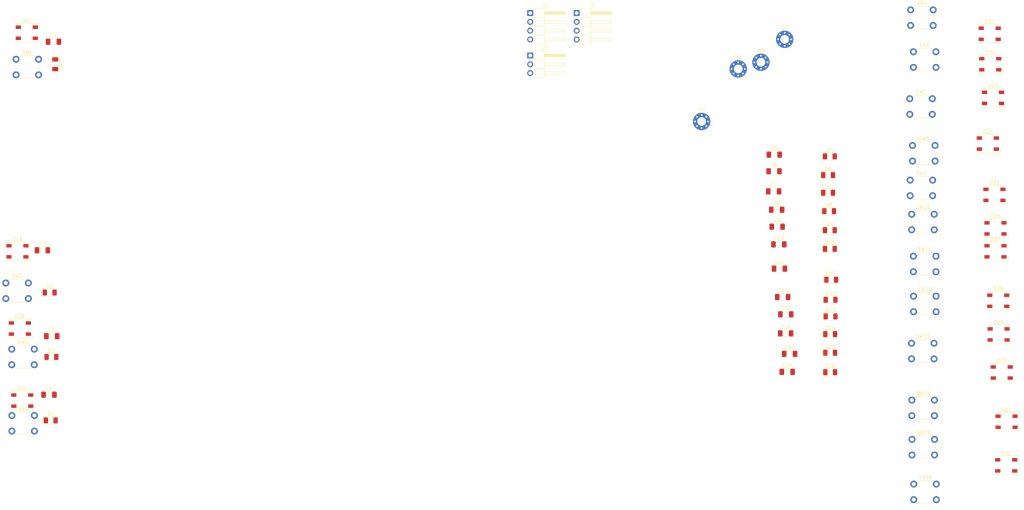
<source format=kicad_pcb>
(kicad_pcb (version 20211014) (generator pcbnew)
  (layers (0 "F.Cu" signal) (31 "B.Cu" signal) (34 "B.Paste" user) (35 "F.Paste" user) (36 "B.SilkS" user "B.Silkscreen") (37 "F.SilkS" user "F.Silkscreen") (38 "B.Mask" user) (39 "F.Mask" user) (44 "Edge.Cuts" user))
  (net 0 "")
  (net 1 "VSS")
  (net 2 "GND")
  (net 3 "Net-(D1-Pad1)")
  (net 4 "/COL0")
  (net 5 "Net-(D2-Pad1)")
  (net 6 "Net-(D3-Pad1)")
  (net 7 "Net-(D4-Pad1)")
  (net 8 "Net-(D5-Pad1)")
  (net 9 "/COL1")
  (net 10 "Net-(D6-Pad1)")
  (net 11 "Net-(D7-Pad1)")
  (net 12 "Net-(D8-Pad1)")
  (net 13 "Net-(D9-Pad1)")
  (net 14 "/COL2")
  (net 15 "Net-(D10-Pad1)")
  (net 16 "Net-(D11-Pad1)")
  (net 17 "Net-(D12-Pad1)")
  (net 18 "Net-(D13-Pad1)")
  (net 19 "/COL3")
  (net 20 "Net-(D14-Pad1)")
  (net 21 "Net-(D15-Pad1)")
  (net 22 "Net-(D16-Pad1)")
  (net 23 "Net-(D17-Pad1)")
  (net 24 "/DIN")
  (net 25 "Net-(D18-Pad1)")
  (net 26 "Net-(D19-Pad1)")
  (net 27 "Net-(D20-Pad1)")
  (net 28 "Net-(D21-Pad1)")
  (net 29 "Net-(D22-Pad1)")
  (net 30 "Net-(D23-Pad1)")
  (net 31 "Net-(D24-Pad1)")
  (net 32 "Net-(D25-Pad1)")
  (net 33 "Net-(D26-Pad1)")
  (net 34 "Net-(D27-Pad1)")
  (net 35 "Net-(D28-Pad1)")
  (net 36 "Net-(D29-Pad1)")
  (net 37 "Net-(D30-Pad1)")
  (net 38 "Net-(D31-Pad1)")
  (net 40 "/ROW0")
  (net 41 "/ROW1")
  (net 42 "/ROW2")
  (net 43 "/ROW3")
  (footprint "LED_SMD:LED_SK6812_PLCC4_5.0x5.0mm_P3.2mm" (layer "F.Cu") (at 52.6 159.5)
    (fp_text reference "D20" (at 0 -3.5) (layer "F.SilkS"))
    (fp_text value "NeoPixel_THT")
    (pad "1" smd rect (at 2.45 1.6) (size 1.5 1) (layers "F.Cu" "F.Paste" "F.Mask") (net 27 "Net-(D20-Pad1)"))
    (pad "2" smd rect (at 2.45 -1.6) (size 1.5 1) (layers "F.Cu" "F.Paste" "F.Mask") (net 2 "GND"))
    (pad "3" smd rect (at -2.45 -1.6) (size 1.5 1) (layers "F.Cu" "F.Paste" "F.Mask") (net 1 "VSS"))
    (pad "4" smd rect (at -2.45 1.6) (size 1.5 1) (layers "F.Cu" "F.Paste" "F.Mask") (net 26 "Net-(D19-Pad1)"))
  )
  (footprint "Diode_SMD:D_1206_3216Metric" (layer "F.Cu") (at 285.7 135.2)
    (fp_text reference "D13" (at 0 -1.82) (layer "F.SilkS"))
    (fp_text value "DIODE")
    (pad "1" smd roundrect (at -1.4 0) (size 1.25 1.75) (layers "F.Cu" "F.Paste" "F.Mask") (roundrect_rratio 0.2) (net 18 "Net-(D13-Pad1)"))
    (pad "2" smd roundrect (at 1.4 0) (size 1.25 1.75) (layers "F.Cu" "F.Paste" "F.Mask") (roundrect_rratio 0.2) (net 19 "/COL3"))
  )
  (footprint "Diode_SMD:D_1206_3216Metric" (layer "F.Cu") (at 61 146.9)
    (fp_text reference "D3" (at 0 -1.82) (layer "F.SilkS"))
    (fp_text value "DIODE")
    (pad "1" smd roundrect (at -1.4 0) (size 1.25 1.75) (layers "F.Cu" "F.Paste" "F.Mask") (roundrect_rratio 0.2) (net 6 "Net-(D3-Pad1)"))
    (pad "2" smd roundrect (at 1.4 0) (size 1.25 1.75) (layers "F.Cu" "F.Paste" "F.Mask") (roundrect_rratio 0.2) (net 4 "/COL0"))
  )
  (footprint "Capacitor_SMD:C_1206_3216Metric_Pad1.33x1.80mm_HandSolder" (layer "F.Cu") (at 269.4625 88.5)
    (fp_text reference "C5" (at 0 -1.85) (layer "F.SilkS"))
    (fp_text value "C_Small")
    (pad "1" smd roundrect (at -1.5625 0) (size 1.325 1.8) (layers "F.Cu" "F.Paste" "F.Mask") (roundrect_rratio 0.188679) (net 1 "VSS"))
    (pad "2" smd roundrect (at 1.5625 0) (size 1.325 1.8) (layers "F.Cu" "F.Paste" "F.Mask") (roundrect_rratio 0.188679) (net 2 "GND"))
  )
  (footprint "Button_Switch_THT:SW_PUSH_6mm" (layer "F.Cu") (at 308.65 95.85)
    (fp_text reference "SW9" (at 3.25 -2) (layer "F.SilkS"))
    (fp_text value "SW_Push")
    (pad "1" thru_hole circle (at 0 0 90) (size 2 2) (drill 1.1) (layers *.Cu *.Mask) (net 13 "Net-(D9-Pad1)"))
    (pad "1" thru_hole circle (at 6.5 0 90) (size 2 2) (drill 1.1) (layers *.Cu *.Mask) (net 13 "Net-(D9-Pad1)"))
    (pad "2" thru_hole circle (at 0 4.5 90) (size 2 2) (drill 1.1) (layers *.Cu *.Mask) (net 40 "/ROW0"))
    (pad "2" thru_hole circle (at 6.5 4.5 90) (size 2 2) (drill 1.1) (layers *.Cu *.Mask) (net 40 "/ROW0"))
  )
  (footprint "Button_Switch_THT:SW_PUSH_6mm" (layer "F.Cu") (at 308.55 72.35)
    (fp_text reference "SW7" (at 3.25 -2) (layer "F.SilkS"))
    (fp_text value "SW_Push")
    (pad "1" thru_hole circle (at 0 0 90) (size 2 2) (drill 1.1) (layers *.Cu *.Mask) (net 11 "Net-(D7-Pad1)"))
    (pad "1" thru_hole circle (at 6.5 0 90) (size 2 2) (drill 1.1) (layers *.Cu *.Mask) (net 11 "Net-(D7-Pad1)"))
    (pad "2" thru_hole circle (at 0 4.5 90) (size 2 2) (drill 1.1) (layers *.Cu *.Mask) (net 42 "/ROW2"))
    (pad "2" thru_hole circle (at 6.5 4.5 90) (size 2 2) (drill 1.1) (layers *.Cu *.Mask) (net 42 "/ROW2"))
  )
  (footprint "Diode_SMD:D_1206_3216Metric" (layer "F.Cu") (at 60.5 128.3)
    (fp_text reference "D2" (at 0 -1.82) (layer "F.SilkS"))
    (fp_text value "DIODE")
    (pad "1" smd roundrect (at -1.4 0) (size 1.25 1.75) (layers "F.Cu" "F.Paste" "F.Mask") (roundrect_rratio 0.2) (net 5 "Net-(D2-Pad1)"))
    (pad "2" smd roundrect (at 1.4 0) (size 1.25 1.75) (layers "F.Cu" "F.Paste" "F.Mask") (roundrect_rratio 0.2) (net 4 "/COL0"))
  )
  (footprint "Button_Switch_THT:SW_PUSH_6mm" (layer "F.Cu") (at 49.55 144.65)
    (fp_text reference "SW3" (at 3.25 -2) (layer "F.SilkS"))
    (fp_text value "SW_Push")
    (pad "1" thru_hole circle (at 0 0 90) (size 2 2) (drill 1.1) (layers *.Cu *.Mask) (net 6 "Net-(D3-Pad1)"))
    (pad "1" thru_hole circle (at 6.5 0 90) (size 2 2) (drill 1.1) (layers *.Cu *.Mask) (net 6 "Net-(D3-Pad1)"))
    (pad "2" thru_hole circle (at 6.5 4.5 90) (size 2 2) (drill 1.1) (layers *.Cu *.Mask) (net 42 "/ROW2"))
    (pad "2" thru_hole circle (at 0 4.5 90) (size 2 2) (drill 1.1) (layers *.Cu *.Mask) (net 42 "/ROW2"))
  )
  (footprint "Button_Switch_THT:SW_PUSH_6mm" (layer "F.Cu") (at 309.65 129.35)
    (fp_text reference "SW12" (at 3.25 -2) (layer "F.SilkS"))
    (fp_text value "SW_Push")
    (pad "1" thru_hole circle (at 6.5 0 90) (size 2 2) (drill 1.1) (layers *.Cu *.Mask) (net 17 "Net-(D12-Pad1)"))
    (pad "1" thru_hole circle (at 0 0 90) (size 2 2) (drill 1.1) (layers *.Cu *.Mask) (net 17 "Net-(D12-Pad1)"))
    (pad "2" thru_hole circle (at 0 4.5 90) (size 2 2) (drill 1.1) (layers *.Cu *.Mask) (net 43 "/ROW3"))
    (pad "2" thru_hole circle (at 6.5 4.5 90) (size 2 2) (drill 1.1) (layers *.Cu *.Mask) (net 43 "/ROW3"))
  )
  (footprint "Capacitor_SMD:C_1206_3216Metric_Pad1.33x1.80mm_HandSolder" (layer "F.Cu") (at 270.1625 104.4)
    (fp_text reference "C8" (at 0 -1.85) (layer "F.SilkS"))
    (fp_text value "C_Small")
    (pad "1" smd roundrect (at -1.5625 0) (size 1.325 1.8) (layers "F.Cu" "F.Paste" "F.Mask") (roundrect_rratio 0.188679) (net 1 "VSS"))
    (pad "2" smd roundrect (at 1.5625 0) (size 1.325 1.8) (layers "F.Cu" "F.Paste" "F.Mask") (roundrect_rratio 0.188679) (net 2 "GND"))
  )
  (footprint "MountingHole:MountingHole_2.5mm_Pad_Via" (layer "F.Cu") (at 248.53 78.92)
    (fp_text reference "H2" (at 0 -3.5) (layer "F.SilkS"))
    (fp_text value "MountingHole")
    (pad "1" thru_hole circle (at 1.875 0) (size 0.8 0.8) (drill 0.5) (layers *.Cu *.Mask))
    (pad "1" thru_hole circle (at 1.325825 -1.325825) (size 0.8 0.8) (drill 0.5) (layers *.Cu *.Mask))
    (pad "1" thru_hole circle (at 0 1.875) (size 0.8 0.8) (drill 0.5) (layers *.Cu *.Mask))
    (pad "1" thru_hole circle (at -1.875 0) (size 0.8 0.8) (drill 0.5) (layers *.Cu *.Mask))
    (pad "1" thru_hole circle (at 0 0) (size 5 5) (drill 2.5) (layers *.Cu *.Mask))
    (pad "1" thru_hole circle (at -1.325825 1.325825) (size 0.8 0.8) (drill 0.5) (layers *.Cu *.Mask))
    (pad "1" thru_hole circle (at 1.325825 1.325825) (size 0.8 0.8) (drill 0.5) (layers *.Cu *.Mask))
    (pad "1" thru_hole circle (at -1.325825 -1.325825) (size 0.8 0.8) (drill 0.5) (layers *.Cu *.Mask))
    (pad "1" thru_hole circle (at 0 -1.875) (size 0.8 0.8) (drill 0.5) (layers *.Cu *.Mask))
  )
  (footprint "LED_SMD:LED_SK6812_PLCC4_5.0x5.0mm_P3.2mm" (layer "F.Cu") (at 333.27 109.78)
    (fp_text reference "D26" (at 0 -3.5) (layer "F.SilkS"))
    (fp_text value "NeoPixel_THT")
    (pad "1" smd rect (at 2.45 1.6) (size 1.5 1) (layers "F.Cu" "F.Paste" "F.Mask") (net 33 "Net-(D26-Pad1)"))
    (pad "2" smd rect (at 2.45 -1.6) (size 1.5 1) (layers "F.Cu" "F.Paste" "F.Mask") (net 2 "GND"))
    (pad "3" smd rect (at -2.45 -1.6) (size 1.5 1) (layers "F.Cu" "F.Paste" "F.Mask") (net 1 "VSS"))
    (pad "4" smd rect (at -2.45 1.6) (size 1.5 1) (layers "F.Cu" "F.Paste" "F.Mask") (net 32 "Net-(D25-Pad1)"))
  )
  (footprint "Capacitor_SMD:C_1206_3216Metric_Pad1.33x1.80mm_HandSolder" (layer "F.Cu") (at 272.7625 140.1)
    (fp_text reference "C14" (at 0 -1.85) (layer "F.SilkS"))
    (fp_text value "C_Small")
    (pad "1" smd roundrect (at -1.5625 0) (size 1.325 1.8) (layers "F.Cu" "F.Paste" "F.Mask") (roundrect_rratio 0.188679) (net 1 "VSS"))
    (pad "2" smd roundrect (at 1.5625 0) (size 1.325 1.8) (layers "F.Cu" "F.Paste" "F.Mask") (roundrect_rratio 0.188679) (net 2 "GND"))
  )
  (footprint "Capacitor_SMD:C_1206_3216Metric_Pad1.33x1.80mm_HandSolder" (layer "F.Cu") (at 61.6 55.9)
    (fp_text reference "C1" (at 0 -1.85) (layer "F.SilkS"))
    (fp_text value "C_Small")
    (pad "1" smd roundrect (at -1.5625 0) (size 1.325 1.8) (layers "F.Cu" "F.Paste" "F.Mask") (roundrect_rratio 0.188679) (net 1 "VSS"))
    (pad "2" smd roundrect (at 1.5625 0) (size 1.325 1.8) (layers "F.Cu" "F.Paste" "F.Mask") (roundrect_rratio 0.188679) (net 2 "GND"))
  )
  (footprint "Diode_SMD:D_1206_3216Metric" (layer "F.Cu") (at 285.5 115.7)
    (fp_text reference "D10" (at 0 -1.82) (layer "F.SilkS"))
    (fp_text value "DIODE")
    (pad "1" smd roundrect (at -1.4 0) (size 1.25 1.75) (layers "F.Cu" "F.Paste" "F.Mask") (roundrect_rratio 0.2) (net 15 "Net-(D10-Pad1)"))
    (pad "2" smd roundrect (at 1.4 0) (size 1.25 1.75) (layers "F.Cu" "F.Paste" "F.Mask") (roundrect_rratio 0.2) (net 14 "/COL2"))
  )
  (footprint "Button_Switch_THT:SW_PUSH_6mm" (layer "F.Cu") (at 49.6 163.8)
    (fp_text reference "SW4" (at 3.25 -2) (layer "F.SilkS"))
    (fp_text value "SW_Push")
    (pad "1" thru_hole circle (at 6.5 0 90) (size 2 2) (drill 1.1) (layers *.Cu *.Mask) (net 7 "Net-(D4-Pad1)"))
    (pad "1" thru_hole circle (at 0 0 90) (size 2 2) (drill 1.1) (layers *.Cu *.Mask) (net 7 "Net-(D4-Pad1)"))
    (pad "2" thru_hole circle (at 6.5 4.5 90) (size 2 2) (drill 1.1) (layers *.Cu *.Mask) (net 43 "/ROW3"))
    (pad "2" thru_hole circle (at 0 4.5 90) (size 2 2) (drill 1.1) (layers *.Cu *.Mask) (net 43 "/ROW3"))
  )
  (footprint "Button_Switch_THT:SW_PUSH_6mm" (layer "F.Cu") (at 309.1 105.7)
    (fp_text reference "SW10" (at 3.25 -2) (layer "F.SilkS"))
    (fp_text value "SW_Push")
    (pad "1" thru_hole circle (at 6.5 0 90) (size 2 2) (drill 1.1) (layers *.Cu *.Mask) (net 15 "Net-(D10-Pad1)"))
    (pad "1" thru_hole circle (at 0 0 90) (size 2 2) (drill 1.1) (layers *.Cu *.Mask) (net 15 "Net-(D10-Pad1)"))
    (pad "2" thru_hole circle (at 6.5 4.5 90) (size 2 2) (drill 1.1) (layers *.Cu *.Mask) (net 41 "/ROW1"))
    (pad "2" thru_hole circle (at 0 4.5 90) (size 2 2) (drill 1.1) (layers *.Cu *.Mask) (net 41 "/ROW1"))
  )
  (footprint "Connector_PinHeader_2.54mm:PinHeader_1x04_P2.54mm_Horizontal" (layer "F.Cu") (at 212.49 47.63)
    (fp_text reference "J2" (at 4.385 -2.27) (layer "F.SilkS"))
    (fp_text value "Conn_01x04")
    (pad "1" thru_hole rect (at 0 0) (size 1.7 1.7) (drill 1) (layers *.Cu *.Mask) (net 4 "/COL0"))
    (pad "2" thru_hole oval (at 0 2.54) (size 1.7 1.7) (drill 1) (layers *.Cu *.Mask) (net 9 "/COL1"))
    (pad "3" thru_hole oval (at 0 5.08) (size 1.7 1.7) (drill 1) (layers *.Cu *.Mask) (net 14 "/COL2"))
    (pad "4" thru_hole oval (at 0 7.62) (size 1.7 1.7) (drill 1) (layers *.Cu *.Mask) (net 19 "/COL3"))
  )
  (footprint "LED_SMD:LED_SK6812_PLCC4_5.0x5.0mm_P3.2mm" (layer "F.Cu") (at 331.07 85.3)
    (fp_text reference "D24" (at 0 -3.5) (layer "F.SilkS"))
    (fp_text value "NeoPixel_THT")
    (pad "1" smd rect (at 2.45 1.6) (size 1.5 1) (layers "F.Cu" "F.Paste" "F.Mask") (net 31 "Net-(D24-Pad1)"))
    (pad "2" smd rect (at 2.45 -1.6) (size 1.5 1) (layers "F.Cu" "F.Paste" "F.Mask") (net 2 "GND"))
    (pad "3" smd rect (at -2.45 -1.6) (size 1.5 1) (layers "F.Cu" "F.Paste" "F.Mask") (net 1 "VSS"))
    (pad "4" smd rect (at -2.45 1.6) (size 1.5 1) (layers "F.Cu" "F.Paste" "F.Mask") (net 30 "Net-(D23-Pad1)"))
  )
  (footprint "Diode_SMD:D_1206_3216Metric" (layer "F.Cu") (at 285.3 104.8)
    (fp_text reference "D8" (at 0 -1.82) (layer "F.SilkS"))
    (fp_text value "DIODE")
    (pad "1" smd roundrect (at -1.4 0) (size 1.25 1.75) (layers "F.Cu" "F.Paste" "F.Mask") (roundrect_rratio 0.2) (net 12 "Net-(D8-Pad1)"))
    (pad "2" smd roundrect (at 1.4 0) (size 1.25 1.75) (layers "F.Cu" "F.Paste" "F.Mask") (roundrect_rratio 0.2) (net 9 "/COL1"))
  )
  (footprint "Button_Switch_THT:SW_PUSH_6mm" (layer "F.Cu") (at 309.15 159.35)
    (fp_text reference "SW14" (at 3.25 -2) (layer "F.SilkS"))
    (fp_text value "SW_Push")
    (pad "1" thru_hole circle (at 6.5 0 90) (size 2 2) (drill 1.1) (layers *.Cu *.Mask) (net 20 "Net-(D14-Pad1)"))
    (pad "1" thru_hole circle (at 0 0 90) (size 2 2) (drill 1.1) (layers *.Cu *.Mask) (net 20 "Net-(D14-Pad1)"))
    (pad "2" thru_hole circle (at 6.5 4.5 90) (size 2 2) (drill 1.1) (layers *.Cu *.Mask) (net 41 "/ROW1"))
    (pad "2" thru_hole circle (at 0 4.5 90) (size 2 2) (drill 1.1) (layers *.Cu *.Mask) (net 41 "/ROW1"))
  )
  (footprint "LED_SMD:LED_SK6812_PLCC4_5.0x5.0mm_P3.2mm" (layer "F.Cu") (at 336.47 165.6)
    (fp_text reference "D31" (at 0 -3.5) (layer "F.SilkS"))
    (fp_text value "NeoPixel_THT")
    (pad "1" smd rect (at 2.45 1.6) (size 1.5 1) (layers "F.Cu" "F.Paste" "F.Mask") (net 38 "Net-(D31-Pad1)"))
    (pad "2" smd rect (at 2.45 -1.6) (size 1.5 1) (layers "F.Cu" "F.Paste" "F.Mask") (net 2 "GND"))
    (pad "3" smd rect (at -2.45 -1.6) (size 1.5 1) (layers "F.Cu" "F.Paste" "F.Mask") (net 1 "VSS"))
    (pad "4" smd rect (at -2.45 1.6) (size 1.5 1) (layers "F.Cu" "F.Paste" "F.Mask") (net 37 "Net-(D30-Pad1)"))
  )
  (footprint "Capacitor_SMD:C_1206_3216Metric_Pad1.33x1.80mm_HandSolder" (layer "F.Cu") (at 60.3 157.8)
    (fp_text reference "C4" (at 0 -1.85) (layer "F.SilkS"))
    (fp_text value "C_Small")
    (pad "1" smd roundrect (at -1.5625 0) (size 1.325 1.8) (layers "F.Cu" "F.Paste" "F.Mask") (roundrect_rratio 0.188679) (net 1 "VSS"))
    (pad "2" smd roundrect (at 1.5625 0) (size 1.325 1.8) (layers "F.Cu" "F.Paste" "F.Mask") (roundrect_rratio 0.188679) (net 2 "GND"))
  )
  (footprint "Diode_SMD:D_1206_3216Metric" (layer "F.Cu") (at 285.6 140.3)
    (fp_text reference "D14" (at 0 -1.82) (layer "F.SilkS"))
    (fp_text value "DIODE")
    (pad "1" smd roundrect (at -1.4 0) (size 1.25 1.75) (layers "F.Cu" "F.Paste" "F.Mask") (roundrect_rratio 0.2) (net 20 "Net-(D14-Pad1)"))
    (pad "2" smd roundrect (at 1.4 0) (size 1.25 1.75) (layers "F.Cu" "F.Paste" "F.Mask") (roundrect_rratio 0.2) (net 19 "/COL3"))
  )
  (footprint "Capacitor_SMD:C_1206_3216Metric_Pad1.33x1.80mm_HandSolder" (layer "F.Cu") (at 273.2 151.2)
    (fp_text reference "C16" (at 0 -1.85) (layer "F.SilkS"))
    (fp_text value "C_Small")
    (pad "1" smd roundrect (at -1.5625 0) (size 1.325 1.8) (layers "F.Cu" "F.Paste" "F.Mask") (roundrect_rratio 0.188679) (net 1 "VSS"))
    (pad "2" smd roundrect (at 1.5625 0) (size 1.325 1.8) (layers "F.Cu" "F.Paste" "F.Mask") (roundrect_rratio 0.188679) (net 2 "GND"))
  )
  (footprint "Capacitor_SMD:C_1206_3216Metric_Pad1.33x1.80mm_HandSolder" (layer "F.Cu") (at 270.3 109.3)
    (fp_text reference "C9" (at 0 -1.85) (layer "F.SilkS"))
    (fp_text value "C_Small")
    (pad "1" smd roundrect (at -1.5625 0) (size 1.325 1.8) (layers "F.Cu" "F.Paste" "F.Mask") (roundrect_rratio 0.188679) (net 1 "VSS"))
    (pad "2" smd roundrect (at 1.5625 0) (size 1.325 1.8) (layers "F.Cu" "F.Paste" "F.Mask") (roundrect_rratio 0.188679) (net 2 "GND"))
  )
  (footprint "LED_SMD:LED_SK6812_PLCC4_5.0x5.0mm_P3.2mm" (layer "F.Cu") (at 336.37 178.2)
    (fp_text reference "D32" (at 0 -3.5) (layer "F.SilkS"))
    (fp_text value "NeoPixel_THT")
    (pad "1" smd rect (at 2.45 1.6) (size 1.5 1) (layers "F.Cu" "F.Paste" "F.Mask"))
    (pad "2" smd rect (at 2.45 -1.6) (size 1.5 1) (layers "F.Cu" "F.Paste" "F.Mask") (net 2 "GND"))
    (pad "3" smd rect (at -2.45 -1.6) (size 1.5 1) (layers "F.Cu" "F.Paste" "F.Mask") (net 1 "VSS"))
    (pad "4" smd rect (at -2.45 1.6) (size 1.5 1) (layers "F.Cu" "F.Paste" "F.Mask") (net 38 "Net-(D31-Pad1)"))
  )
  (footprint "Capacitor_SMD:C_1206_3216Metric_Pad1.33x1.80mm_HandSolder" (layer "F.Cu") (at 272.8 134.6)
    (fp_text reference "C13" (at 0 -1.85) (layer "F.SilkS"))
    (fp_text value "C_Small")
    (pad "1" smd roundrect (at -1.5625 0) (size 1.325 1.8) (layers "F.Cu" "F.Paste" "F.Mask") (roundrect_rratio 0.188679) (net 1 "VSS"))
    (pad "2" smd roundrect (at 1.5625 0) (size 1.325 1.8) (layers "F.Cu" "F.Paste" "F.Mask") (roundrect_rratio 0.188679) (net 2 "GND"))
  )
  (footprint "LED_SMD:LED_SK6812_PLCC4_5.0x5.0mm_P3.2mm" (layer "F.Cu") (at 53.9 53.3)
    (fp_text reference "D17" (at 0 -3.5) (layer "F.SilkS"))
    (fp_text value "NeoPixel_THT")
    (pad "1" smd rect (at 2.45 1.6) (size 1.5 1) (layers "F.Cu" "F.Paste" "F.Mask") (net 23 "Net-(D17-Pad1)"))
    (pad "2" smd rect (at 2.45 -1.6) (size 1.5 1) (layers "F.Cu" "F.Paste" "F.Mask") (net 2 "GND"))
    (pad "3" smd rect (at -2.45 -1.6) (size 1.5 1) (layers "F.Cu" "F.Paste" "F.Mask") (net 1 "VSS"))
    (pad "4" smd rect (at -2.45 1.6) (size 1.5 1) (layers "F.Cu" "F.Paste" "F.Mask") (net 24 "/DIN"))
  )
  (footprint "Connector_PinHeader_2.54mm:PinHeader_1x04_P2.54mm_Horizontal" (layer "F.Cu") (at 199.09 47.63)
    (fp_text reference "J1" (at 4.385 -2.27) (layer "F.SilkS"))
    (fp_text value "Conn_01x04")
    (pad "1" thru_hole rect (at 0 0) (size 1.7 1.7) (drill 1) (layers *.Cu *.Mask) (net 40 "/ROW0"))
    (pad "2" thru_hole oval (at 0 2.54) (size 1.7 1.7) (drill 1) (layers *.Cu *.Mask) (net 41 "/ROW1"))
    (pad "3" thru_hole oval (at 0 5.08) (size 1.7 1.7) (drill 1) (layers *.Cu *.Mask) (net 42 "/ROW2"))
    (pad "4" thru_hole oval (at 0 7.62) (size 1.7 1.7) (drill 1) (layers *.Cu *.Mask) (net 43 "/ROW3"))
  )
  (footprint "MountingHole:MountingHole_2.5mm_Pad_Via" (layer "F.Cu") (at 259.08 63.75)
    (fp_text reference "H3" (at 0 -3.5) (layer "F.SilkS"))
    (fp_text value "MountingHole")
    (pad "1" thru_hole circle (at 1.875 0) (size 0.8 0.8) (drill 0.5) (layers *.Cu *.Mask))
    (pad "1" thru_hole circle (at -1.875 0) (size 0.8 0.8) (drill 0.5) (layers *.Cu *.Mask))
    (pad "1" thru_hole circle (at 1.325825 -1.325825) (size 0.8 0.8) (drill 0.5) (layers *.Cu *.Mask))
    (pad "1" thru_hole circle (at 0 0) (size 5 5) (drill 2.5) (layers *.Cu *.Mask))
    (pad "1" thru_hole circle (at -1.325825 1.325825) (size 0.8 0.8) (drill 0.5) (layers *.Cu *.Mask))
    (pad "1" thru_hole circle (at -1.325825 -1.325825) (size 0.8 0.8) (drill 0.5) (layers *.Cu *.Mask))
    (pad "1" thru_hole circle (at 0 1.875) (size 0.8 0.8) (drill 0.5) (layers *.Cu *.Mask))
    (pad "1" thru_hole circle (at 1.325825 1.325825) (size 0.8 0.8) (drill 0.5) (layers *.Cu *.Mask))
    (pad "1" thru_hole circle (at 0 -1.875) (size 0.8 0.8) (drill 0.5) (layers *.Cu *.Mask))
  )
  (footprint "Button_Switch_THT:SW_PUSH_6mm" (layer "F.Cu") (at 50.8 60.96)
    (fp_text reference "SW1" (at 3.25 -2) (layer "F.SilkS"))
    (fp_text value "SW_Push")
    (pad "1" thru_hole circle (at 0 0 90) (size 2 2) (drill 1.1) (layers *.Cu *.Mask) (net 3 "Net-(D1-Pad1)"))
    (pad "1" thru_hole circle (at 6.5 0 90) (size 2 2) (drill 1.1) (layers *.Cu *.Mask) (net 3 "Net-(D1-Pad1)"))
    (pad "2" thru_hole circle (at 0 4.5 90) (size 2 2) (drill 1.1) (layers *.Cu *.Mask) (net 40 "/ROW0"))
    (pad "2" thru_hole circle (at 6.5 4.5 90) (size 2 2) (drill 1.1) (layers *.Cu *.Mask) (net 40 "/ROW0"))
  )
  (footprint "LED_SMD:LED_SK6812_PLCC4_5.0x5.0mm_P3.2mm" (layer "F.Cu") (at 335.07 151.4)
    (fp_text reference "D30" (at 0 -3.5) (layer "F.SilkS"))
    (fp_text value "NeoPixel_THT")
    (pad "1" smd rect (at 2.45 1.6) (size 1.5 1) (layers "F.Cu" "F.Paste" "F.Mask") (net 37 "Net-(D30-Pad1)"))
    (pad "2" smd rect (at 2.45 -1.6) (size 1.5 1) (layers "F.Cu" "F.Paste" "F.Mask") (net 2 "GND"))
    (pad "3" smd rect (at -2.45 -1.6) (size 1.5 1) (layers "F.Cu" "F.Paste" "F.Mask") (net 1 "VSS"))
    (pad "4" smd rect (at -2.45 1.6) (size 1.5 1) (layers "F.Cu" "F.Paste" "F.Mask") (net 36 "Net-(D29-Pad1)"))
  )
  (footprint "Capacitor_SMD:C_1206_3216Metric_Pad1.33x1.80mm_HandSolder" (layer "F.Cu") (at 269.4 93.3)
    (fp_text reference "C6" (at 0 -1.85) (layer "F.SilkS"))
    (fp_text value "C_Small")
    (pad "1" smd roundrect (at -1.5625 0) (size 1.325 1.8) (layers "F.Cu" "F.Paste" "F.Mask") (roundrect_rratio 0.188679) (net 1 "VSS"))
    (pad "2" smd roundrect (at 1.5625 0) (size 1.325 1.8) (layers "F.Cu" "F.Paste" "F.Mask") (roundrect_rratio 0.188679) (net 2 "GND"))
  )
  (footprint "LED_SMD:LED_SK6812_PLCC4_5.0x5.0mm_P3.2mm" (layer "F.Cu") (at 332.97 100.1)
    (fp_text reference "D25" (at 0 -3.5) (layer "F.SilkS"))
    (fp_text value "NeoPixel_THT")
    (pad "1" smd rect (at 2.45 1.6) (size 1.5 1) (layers "F.Cu" "F.Paste" "F.Mask") (net 32 "Net-(D25-Pad1)"))
    (pad "2" smd rect (at 2.45 -1.6) (size 1.5 1) (layers "F.Cu" "F.Paste" "F.Mask") (net 2 "GND"))
    (pad "3" smd rect (at -2.45 -1.6) (size 1.5 1) (layers "F.Cu" "F.Paste" "F.Mask") (net 1 "VSS"))
    (pad "4" smd rect (at -2.45 1.6) (size 1.5 1) (layers "F.Cu" "F.Paste" "F.Mask") (net 31 "Net-(D24-Pad1)"))
  )
  (footprint "Capacitor_SMD:C_1206_3216Metric_Pad1.33x1.80mm_HandSolder" (layer "F.Cu") (at 271.9 129.6)
    (fp_text reference "C12" (at 0 -1.85) (layer "F.SilkS"))
    (fp_text value "C_Small")
    (pad "1" smd roundrect (at -1.5625 0) (size 1.325 1.8) (layers "F.Cu" "F.Paste" "F.Mask") (roundrect_rratio 0.188679) (net 1 "VSS"))
    (pad "2" smd roundrect (at 1.5625 0) (size 1.325 1.8) (layers "F.Cu" "F.Paste" "F.Mask") (roundrect_rratio 0.188679) (net 2 "GND"))
  )
  (footprint "LED_SMD:LED_SK6812_PLCC4_5.0x5.0mm_P3.2mm" (layer "F.Cu") (at 334.07 130.68)
    (fp_text reference "D28" (at 0 -3.5) (layer "F.SilkS"))
    (fp_text value "NeoPixel_THT")
    (pad "1" smd rect (at 2.45 1.6) (size 1.5 1) (layers "F.Cu" "F.Paste" "F.Mask") (net 35 "Net-(D28-Pad1)"))
    (pad "2" smd rect (at 2.45 -1.6) (size 1.5 1) (layers "F.Cu" "F.Paste" "F.Mask") (net 2 "GND"))
    (pad "3" smd rect (at -2.45 -1.6) (size 1.5 1) (layers "F.Cu" "F.Paste" "F.Mask") (net 1 "VSS"))
    (pad "4" smd rect (at -2.45 1.6) (size 1.5 1) (layers "F.Cu" "F.Paste" "F.Mask") (net 34 "Net-(D27-Pad1)"))
  )
  (footprint "LED_SMD:LED_SK6812_PLCC4_5.0x5.0mm_P3.2mm" (layer "F.Cu") (at 334.17 140.4)
    (fp_text reference "D29" (at 0 -3.5) (layer "F.SilkS"))
    (fp_text value "NeoPixel_THT")
    (pad "1" smd rect (at 2.45 1.6) (size 1.5 1) (layers "F.Cu" "F.Paste" "F.Mask") (net 36 "Net-(D29-Pad1)"))
    (pad "2" smd rect (at 2.45 -1.6) (size 1.5 1) (layers "F.Cu" "F.Paste" "F.Mask") (net 2 "GND"))
    (pad "3" smd rect (at -2.45 -1.6) (size 1.5 1) (layers "F.Cu" "F.Paste" "F.Mask") (net 1 "VSS"))
    (pad "4" smd rect (at -2.45 1.6) (size 1.5 1) (layers "F.Cu" "F.Paste" "F.Mask") (net 35 "Net-(D28-Pad1)"))
  )
  (footprint "Capacitor_SMD:C_1206_3216Metric_Pad1.33x1.80mm_HandSolder" (layer "F.Cu") (at 269.3 99.1)
    (fp_text reference "C7" (at 0 -1.85) (layer "F.SilkS"))
    (fp_text value "C_Small")
    (pad "1" smd roundrect (at -1.5625 0) (size 1.325 1.8) (layers "F.Cu" "F.Paste" "F.Mask") (roundrect_rratio 0.188679) (net 1 "VSS"))
    (pad "2" smd roundrect (at 1.5625 0) (size 1.325 1.8) (layers "F.Cu" "F.Paste" "F.Mask") (roundrect_rratio 0.188679) (net 2 "GND"))
  )
  (footprint "LED_SMD:LED_SK6812_PLCC4_5.0x5.0mm_P3.2mm" (layer "F.Cu") (at 333.27 116.4)
    (fp_text reference "D27" (at 0 -3.5) (layer "F.SilkS"))
    (fp_text value "NeoPixel_THT")
    (pad "1" smd rect (at 2.45 1.6) (size 1.5 1) (layers "F.Cu" "F.Paste" "F.Mask") (net 34 "Net-(D27-Pad1)"))
    (pad "2" smd rect (at 2.45 -1.6) (size 1.5 1) (layers "F.Cu" "F.Paste" "F.Mask") (net 2 "GND"))
    (pad "3" smd rect (at -2.45 -1.6) (size 1.5 1) (layers "F.Cu" "F.Paste" "F.Mask") (net 1 "VSS"))
    (pad "4" smd rect (at -2.45 1.6) (size 1.5 1) (layers "F.Cu" "F.Paste" "F.Mask") (net 33 "Net-(D26-Pad1)"))
  )
  (footprint "Connector_PinHeader_2.54mm:PinHeader_1x03_P2.54mm_Horizontal" (layer "F.Cu") (at 199.09 59.88)
    (fp_text reference "J3" (at 4.385 -2.27) (layer "F.SilkS"))
    (fp_text value "Conn_01x03")
    (pad "1" thru_hole rect (at 0 0) (size 1.7 1.7) (drill 1) (layers *.Cu *.Mask) (net 1 "VSS"))
    (pad "2" thru_hole oval (at 0 2.54) (size 1.7 1.7) (drill 1) (layers *.Cu *.Mask) (net 24 "/DIN"))
    (pad "3" thru_hole oval (at 0 5.08) (size 1.7 1.7) (drill 1) (layers *.Cu *.Mask) (net 2 "GND"))
  )
  (footprint "Capacitor_SMD:C_1206_3216Metric_Pad1.33x1.80mm_HandSolder" (layer "F.Cu") (at 270.9625 121.4)
    (fp_text reference "C11" (at 0 -1.85) (layer "F.SilkS"))
    (fp_text value "C_Small")
    (pad "1" smd roundrect (at -1.5625 0) (size 1.325 1.8) (layers "F.Cu" "F.Paste" "F.Mask") (roundrect_rratio 0.188679) (net 1 "VSS"))
    (pad "2" smd roundrect (at 1.5625 0) (size 1.325 1.8) (layers "F.Cu" "F.Paste" "F.Mask") (roundrect_rratio 0.188679) (net 2 "GND"))
  )
  (footprint "Diode_SMD:D_1206_3216Metric" (layer "F.Cu") (at 60.8 165.2)
    (fp_text reference "D4" (at 0 -1.82) (layer "F.SilkS"))
    (fp_text value "DIODE")
    (pad "1" smd roundrect (at -1.4 0) (size 1.25 1.75) (layers "F.Cu" "F.Paste" "F.Mask") (roundrect_rratio 0.2) (net 7 "Net-(D4-Pad1)"))
    (pad "2" smd roundrect (at 1.4 0) (size 1.25 1.75) (layers "F.Cu" "F.Paste" "F.Mask") (roundrect_rratio 0.2) (net 4 "/COL0"))
  )
  (footprint "Diode_SMD:D_1206_3216Metric" (layer "F.Cu") (at 285.5 110.3)
    (fp_text reference "D9" (at 0 -1.82) (layer "F.SilkS"))
    (fp_text value "DIODE")
    (pad "1" smd roundrect (at -1.4 0) (size 1.25 1.75) (layers "F.Cu" "F.Paste" "F.Mask") (roundrect_rratio 0.2) (net 13 "Net-(D9-Pad1)"))
    (pad "2" smd roundrect (at 1.4 0) (size 1.25 1.75) (layers "F.Cu" "F.Paste" "F.Mask") (roundrect_rratio 0.2) (net 14 "/COL2"))
  )
  (footprint "LED_SMD:LED_SK6812_PLCC4_5.0x5.0mm_P3.2mm" (layer "F.Cu") (at 332.57 72.1)
    (fp_text reference "D23" (at 0 -3.5) (layer "F.SilkS"))
    (fp_text value "NeoPixel_THT")
    (pad "1" smd rect (at 2.45 1.6) (size 1.5 1) (layers "F.Cu" "F.Paste" "F.Mask") (net 30 "Net-(D23-Pad1)"))
    (pad "2" smd rect (at 2.45 -1.6) (size 1.5 1) (layers "F.Cu" "F.Paste" "F.Mask") (net 2 "GND"))
    (pad "3" smd rect (at -2.45 -1.6) (size 1.5 1) (layers "F.Cu" "F.Paste" "F.Mask") (net 1 "VSS"))
    (pad "4" smd rect (at -2.45 1.6) (size 1.5 1) (layers "F.Cu" "F.Paste" "F.Mask") (net 29 "Net-(D22-Pad1)"))
  )
  (footprint "Diode_SMD:D_1206_3216Metric" (layer "F.Cu") (at 285 99.5)
    (fp_text reference "D7" (at 0 -1.82) (layer "F.SilkS"))
    (fp_text value "DIODE")
    (pad "1" smd roundrect (at -1.4 0) (size 1.25 1.75) (layers "F.Cu" "F.Paste" "F.Mask") (roundrect_rratio 0.2) (net 11 "Net-(D7-Pad1)"))
    (pad "2" smd roundrect (at 1.4 0) (size 1.25 1.75) (layers "F.Cu" "F.Paste" "F.Mask") (roundrect_rratio 0.2) (net 9 "/COL1"))
  )
  (footprint "Button_Switch_THT:SW_PUSH_6mm" (layer "F.Cu") (at 308.8 46.7)
    (fp_text reference "SW5" (at 3.25 -2) (layer "F.SilkS"))
    (fp_text value "SW_Push")
    (pad "1" thru_hole circle (at 0 0 90) (size 2 2) (drill 1.1) (layers *.Cu *.Mask) (net 8 "Net-(D5-Pad1)"))
    (pad "1" thru_hole circle (at 6.5 0 90) (size 2 2) (drill 1.1) (layers *.Cu *.Mask) (net 8 "Net-(D5-Pad1)"))
    (pad "2" thru_hole circle (at 6.5 4.5 90) (size 2 2) (drill 1.1) (layers *.Cu *.Mask) (net 40 "/ROW0"))
    (pad "2" thru_hole circle (at 0 4.5 90) (size 2 2) (drill 1.1) (layers *.Cu *.Mask) (net 40 "/ROW0"))
  )
  (footprint "Diode_SMD:D_1206_3216Metric" (layer "F.Cu") (at 285.6 145.7)
    (fp_text reference "D15" (at 0 -1.82) (layer "F.SilkS"))
    (fp_text value "DIODE")
    (pad "1" smd roundrect (at -1.4 0) (size 1.25 1.75) (layers "F.Cu" "F.Paste" "F.Mask") (roundrect_rratio 0.2) (net 21 "Net-(D15-Pad1)"))
    (pad "2" smd roundrect (at 1.4 0) (size 1.25 1.75) (layers "F.Cu" "F.Paste" "F.Mask") (roundrect_rratio 0.2) (net 19 "/COL3"))
  )
  (footprint "Button_Switch_THT:SW_PUSH_6mm" (layer "F.Cu") (at 309.2 170.7)
    (fp_text reference "SW15" (at 3.25 -2) (layer "F.SilkS"))
    (fp_text value "SW_Push")
    (pad "1" thru_hole circle (at 0 0 90) (size 2 2) (drill 1.1) (layers *.Cu *.Mask) (net 21 "Net-(D15-Pad1)"))
    (pad "1" thru_hole circle (at 6.5 0 90) (size 2 2) (drill 1.1) (layers *.Cu *.Mask) (net 21 "Net-(D15-Pad1)"))
    (pad "2" thru_hole circle (at 0 4.5 90) (size 2 2) (drill 1.1) (layers *.Cu *.Mask) (net 42 "/ROW2"))
    (pad "2" thru_hole circle (at 6.5 4.5 90) (size 2 2) (drill 1.1) (layers *.Cu *.Mask) (net 42 "/ROW2"))
  )
  (footprint "LED_SMD:LED_SK6812_PLCC4_5.0x5.0mm_P3.2mm" (layer "F.Cu") (at 51.2 116.4)
    (fp_text reference "D18" (at 0 -3.5) (layer "F.SilkS"))
    (fp_text value "NeoPixel_THT")
    (pad "1" smd rect (at 2.45 1.6) (size 1.5 1) (layers "F.Cu" "F.Paste" "F.Mask") (net 25 "Net-(D18-Pad1)"))
    (pad "2" smd rect (at 2.45 -1.6) (size 1.5 1) (layers "F.Cu" "F.Paste" "F.Mask") (net 2 "GND"))
    (pad "3" smd rect (at -2.45 -1.6) (size 1.5 1) (layers "F.Cu" "F.Paste" "F.Mask") (net 1 "VSS"))
    (pad "4" smd rect (at -2.45 1.6) (size 1.5 1) (layers "F.Cu" "F.Paste" "F.Mask") (net 23 "Net-(D17-Pad1)"))
  )
  (footprint "LED_SMD:LED_SK6812_PLCC4_5.0x5.0mm_P3.2mm" (layer "F.Cu") (at 331.6 53.6)
    (fp_text reference "D21" (at 0 -3.5) (layer "F.SilkS"))
    (fp_text value "NeoPixel_THT")
    (pad "1" smd rect (at 2.45 1.6) (size 1.5 1) (layers "F.Cu" "F.Paste" "F.Mask") (net 28 "Net-(D21-Pad1)"))
    (pad "2" smd rect (at 2.45 -1.6) (size 1.5 1) (layers "F.Cu" "F.Paste" "F.Mask") (net 2 "GND"))
    (pad "3" smd rect (at -2.45 -1.6) (size 1.5 1) (layers "F.Cu" "F.Paste" "F.Mask") (net 1 "VSS"))
    (pad "4" smd rect (at -2.45 1.6) (size 1.5 1) (layers "F.Cu" "F.Paste" "F.Mask") (net 27 "Net-(D20-Pad1)"))
  )
  (footprint "Diode_SMD:D_1206_3216Metric" (layer "F.Cu") (at 285.9 124.6)
    (fp_text reference "D11" (at 0 -1.82) (layer "F.SilkS"))
    (fp_text value "DIODE")
    (pad "1" smd roundrect (at -1.4 0) (size 1.25 1.75) (layers "F.Cu" "F.Paste" "F.Mask") (roundrect_rratio 0.2) (net 16 "Net-(D11-Pad1)"))
    (pad "2" smd roundrect (at 1.4 0) (size 1.25 1.75) (layers "F.Cu" "F.Paste" "F.Mask") (roundrect_rratio 0.2) (net 14 "/COL2"))
  )
  (footprint "Capacitor_SMD:C_1206_3216Metric_Pad1.33x1.80mm_HandSolder" (layer "F.Cu") (at 61.1 140.9)
    (fp_text reference "C3" (at 0 -1.85) (layer "F.SilkS"))
    (fp_text value "C_Small")
    (pad "1" smd roundrect (at -1.5625 0) (size 1.325 1.8) (layers "F.Cu" "F.Paste" "F.Mask") (roundrect_rratio 0.188679) (net 1 "VSS"))
    (pad "2" smd roundrect (at 1.5625 0) (size 1.325 1.8) (layers "F.Cu" "F.Paste" "F.Mask") (roundrect_rratio 0.188679) (net 2 "GND"))
  )
  (footprint "Button_Switch_THT:SW_PUSH_6mm" (layer "F.Cu") (at 309.6 117.8)
    (fp_text reference "SW11" (at 3.25 -2) (layer "F.SilkS"))
    (fp_text value "SW_Push")
    (pad "1" thru_hole circle (at 0 0 90) (size 2 2) (drill 1.1) (layers *.Cu *.Mask) (net 16 "Net-(D11-Pad1)"))
    (pad "1" thru_hole circle (at 6.5 0 90) (size 2 2) (drill 1.1) (layers *.Cu *.Mask) (net 16 "Net-(D11-Pad1)"))
    (pad "2" thru_hole circle (at 0 4.5 90) (size 2 2) (drill 1.1) (layers *.Cu *.Mask) (net 42 "/ROW2"))
    (pad "2" thru_hole circle (at 6.5 4.5 90) (size 2 2) (drill 1.1) (layers *.Cu *.Mask) (net 42 "/ROW2"))
  )
  (footprint "Button_Switch_THT:SW_PUSH_6mm" (layer "F.Cu") (at 309.6 58.8)
    (fp_text reference "SW6" (at 3.25 -2) (layer "F.SilkS"))
    (fp_text value "SW_Push")
    (pad "1" thru_hole circle (at 0 0 90) (size 2 2) (drill 1.1) (layers *.Cu *.Mask) (net 10 "Net-(D6-Pad1)"))
    (pad "1" thru_hole circle (at 6.5 0 90) (size 2 2) (drill 1.1) (layers *.Cu *.Mask) (net 10 "Net-(D6-Pad1)"))
    (pad "2" thru_hole circle (at 0 4.5 90) (size 2 2) (drill 1.1) (layers *.Cu *.Mask) (net 41 "/ROW1"))
    (pad "2" thru_hole circle (at 6.5 4.5 90) (size 2 2) (drill 1.1) (layers *.Cu *.Mask) (net 41 "/ROW1"))
  )
  (footprint "Button_Switch_THT:SW_PUSH_6mm" (layer "F.Cu") (at 309.35 85.85)
    (fp_text reference "SW8" (at 3.25 -2) (layer "F.SilkS"))
    (fp_text value "SW_Push")
    (pad "1" thru_hole circle (at 0 0 90) (size 2 2) (drill 1.1) (layers *.Cu *.Mask) (net 12 "Net-(D8-Pad1)"))
    (pad "1" thru_hole circle (at 6.5 0 90) (size 2 2) (drill 1.1) (layers *.Cu *.Mask) (net 12 "Net-(D8-Pad1)"))
    (pad "2" thru_hole circle (at 0 4.5 90) (size 2 2) (drill 1.1) (layers *.Cu *.Mask) (net 43 "/ROW3"))
    (pad "2" thru_hole circle (at 6.5 4.5 90) (size 2 2) (drill 1.1) (layers *.Cu *.Mask) (net 43 "/ROW3"))
  )
  (footprint "Button_Switch_THT:SW_PUSH_6mm" (layer "F.Cu") (at 47.85 125.55)
    (fp_text reference "SW2" (at 3.25 -2) (layer "F.SilkS"))
    (fp_text value "SW_Push")
    (pad "1" thru_hole circle (at 0 0 90) (size 2 2) (drill 1.1) (layers *.Cu *.Mask) (net 5 "Net-(D2-Pad1)"))
    (pad "1" thru_hole circle (at 6.5 0 90) (size 2 2) (drill 1.1) (layers *.Cu *.Mask) (net 5 "Net-(D2-Pad1)"))
    (pad "2" thru_hole circle (at 0 4.5 90) (size 2 2) (drill 1.1) (layers *.Cu *.Mask) (net 41 "/ROW1"))
    (pad "2" thru_hole circle (at 6.5 4.5 90) (size 2 2) (drill 1.1) (layers *.Cu *.Mask) (net 41 "/ROW1"))
  )
  (footprint "Diode_SMD:D_1206_3216Metric" (layer "F.Cu") (at 285.7 130.4)
    (fp_text reference "D12" (at 0 -1.82) (layer "F.SilkS"))
    (fp_text value "DIODE")
    (pad "1" smd roundrect (at -1.4 0) (size 1.25 1.75) (layers "F.Cu" "F.Paste" "F.Mask") (roundrect_rratio 0.2) (net 17 "Net-(D12-Pad1)"))
    (pad "2" smd roundrect (at 1.4 0) (size 1.25 1.75) (layers "F.Cu" "F.Paste" "F.Mask") (roundrect_rratio 0.2) (net 14 "/COL2"))
  )
  (footprint "Diode_SMD:D_1206_3216Metric" (layer "F.Cu") (at 285.6 151.3)
    (fp_text reference "D16" (at 0 -1.82) (layer "F.SilkS"))
    (fp_text value "DIODE")
    (pad "1" smd roundrect (at -1.4 0) (size 1.25 1.75) (layers "F.Cu" "F.Paste" "F.Mask") (roundrect_rratio 0.2) (net 22 "Net-(D16-Pad1)"))
    (pad "2" smd roundrect (at 1.4 0) (size 1.25 1.75) (layers "F.Cu" "F.Paste" "F.Mask") (roundrect_rratio 0.2) (net 19 "/COL3"))
  )
  (footprint "Diode_SMD:D_1206_3216Metric" (layer "F.Cu") (at 285.5 89)
    (fp_text reference "D5" (at 0 -1.82) (layer "F.SilkS"))
    (fp_text value "DIODE")
    (pad "1" smd roundrect (at -1.4 0) (size 1.25 1.75) (layers "F.Cu" "F.Paste" "F.Mask") (roundrect_rratio 0.2) (net 8 "Net-(D5-Pad1)"))
    (pad "2" smd roundrect (at 1.4 0) (size 1.25 1.75) (layers "F.Cu" "F.Paste" "F.Mask") (roundrect_rratio 0.2) (net 9 "/COL1"))
  )
  (footprint "Button_Switch_THT:SW_PUSH_6mm" (layer "F.Cu") (at 309.05 142.95)
    (fp_text reference "SW13" (at 3.25 -2) (layer "F.SilkS"))
    (fp_text value "SW_Push")
    (pad "1" thru_hole circle (at 6.5 0 90) (size 2 2) (drill 1.1) (layers *.Cu *.Mask) (net 18 "Net-(D13-Pad1)"))
    (pad "1" thru_hole circle (at 0 0 90) (size 2 2) (drill 1.1) (layers *.Cu *.Mask) (net 18 "Net-(D13-Pad1)"))
    (pad "2" thru_hole circle (at 6.5 4.5 90) (size 2 2) (drill 1.1) (layers *.Cu *.Mask) (net 40 "/ROW0"))
    (pad "2" thru_hole circle (at 0 4.5 90) (size 2 2) (drill 1.1) (layers *.Cu *.Mask) (net 40 "/ROW0"))
  )
  (footprint "LED_SMD:LED_SK6812_PLCC4_5.0x5.0mm_P3.2mm" (layer "F.Cu") (at 51.9 138.7)
    (fp_text reference "D19" (at 0 -3.5) (layer "F.SilkS"))
    (fp_text value "NeoPixel_THT")
    (pad "1" smd rect (at 2.45 1.6) (size 1.5 1) (layers "F.Cu" "F.Paste" "F.Mask") (net 26 "Net-(D19-Pad1)"))
    (pad "2" smd rect (at 2.45 -1.6) (size 1.5 1) (layers "F.Cu" "F.Paste" "F.Mask") (net 2 "GND"))
    (pad "3" smd rect (at -2.45 -1.6) (size 1.5 1) (layers "F.Cu" "F.Paste" "F.Mask") (net 1 "VSS"))
    (pad "4" smd rect (at -2.45 1.6) (size 1.5 1) (layers "F.Cu" "F.Paste" "F.Mask") (net 25 "Net-(D18-Pad1)"))
  )
  (footprint "Diode_SMD:D_1206_3216Metric" (layer "F.Cu") (at 62.1 62.4 -90)
    (fp_text reference "D1" (at 0 -1.82 90) (layer "F.SilkS"))
    (fp_text value "DIODE")
    (pad "1" smd roundrect (at -1.4 0 270) (size 1.25 1.75) (layers "F.Cu" "F.Paste" "F.Mask") (roundrect_rratio 0.2) (net 3 "Net-(D1-Pad1)"))
    (pad "2" smd roundrect (at 1.4 0 270) (size 1.25 1.75) (layers "F.Cu" "F.Paste" "F.Mask") (roundrect_rratio 0.2) (net 4 "/COL0"))
  )
  (footprint "Capacitor_SMD:C_1206_3216Metric_Pad1.33x1.80mm_HandSolder" (layer "F.Cu") (at 273.9 146)
    (fp_text reference "C15" (at 0 -1.85) (layer "F.SilkS"))
    (fp_text value "C_Small")
    (pad "1" smd roundrect (at -1.5625 0) (size 1.325 1.8) (layers "F.Cu" "F.Paste" "F.Mask") (roundrect_rratio 0.188679) (net 1 "VSS"))
    (pad "2" smd roundrect (at 1.5625 0) (size 1.325 1.8) (layers "F.Cu" "F.Paste" "F.Mask") (roundrect_rratio 0.188679) (net 2 "GND"))
  )
  (footprint "MountingHole:MountingHole_2.5mm_Pad_Via" (layer "F.Cu") (at 272.48 55.2)
    (fp_text reference "H4" (at 0 -3.5) (layer "F.SilkS"))
    (fp_text value "MountingHole")
    (pad "1" thru_hole circle (at 1.325825 1.325825) (size 0.8 0.8) (drill 0.5) (layers *.Cu *.Mask))
    (pad "1" thru_hole circle (at -1.875 0) (size 0.8 0.8) (drill 0.5) (layers *.Cu *.Mask))
    (pad "1" thru_hole circle (at -1.325825 1.325825) (size 0.8 0.8) (drill 0.5) (layers *.Cu *.Mask))
    (pad "1" thru_hole circle (at -1.325825 -1.325825) (size 0.8 0.8) (drill 0.5) (layers *.Cu *.Mask))
    (pad "1" thru_hole circle (at 1.325825 -1.325825) (size 0.8 0.8) (drill 0.5) (layers *.Cu *.Mask))
    (pad "1" thru_hole circle (at 0 -1.875) (size 0.8 0.8) (drill 0.5) (layers *.Cu *.Mask))
    (pad "1" thru_hole circle (at 0 1.875) (size 0.8 0.8) (drill 0.5) (layers *.Cu *.Mask))
    (pad "1" thru_hole circle (at 0 0) (size 5 5) (drill 2.5) (layers *.Cu *.Mask))
    (pad "1" thru_hole circle (at 1.875 0) (size 0.8 0.8) (drill 0.5) (layers *.Cu *.Mask))
  )
  (footprint "Capacitor_SMD:C_1206_3216Metric_Pad1.33x1.80mm_HandSolder" (layer "F.Cu") (at 270.8 114.4)
    (fp_text reference "C10" (at 0 -1.85) (layer "F.SilkS"))
    (fp_text value "C_Small")
    (pad "1" smd roundrect (at -1.5625 0) (size 1.325 1.8) (layers "F.Cu" "F.Paste" "F.Mask") (roundrect_rratio 0.188679) (net 1 "VSS"))
    (pad "2" smd roundrect (at 1.5625 0) (size 1.325 1.8) (layers "F.Cu" "F.Paste" "F.Mask") (roundrect_rratio 0.188679) (net 2 "GND"))
  )
  (footprint "Capacitor_SMD:C_1206_3216Metric_Pad1.33x1.80mm_HandSolder" (layer "F.Cu") (at 58.4 116.1)
    (fp_text reference "C2" (at 0 -1.85) (layer "F.SilkS"))
    (fp_text value "C_Small")
    (pad "1" smd roundrect (at -1.5625 0) (size 1.325 1.8) (layers "F.Cu" "F.Paste" "F.Mask") (roundrect_rratio 0.188679) (net 1 "VSS"))
    (pad "2" smd roundrect (at 1.5625 0) (size 1.325 1.8) (layers "F.Cu" "F.Paste" "F.Mask") (roundrect_rratio 0.188679) (net 2 "GND"))
  )
  (footprint "Diode_SMD:D_1206_3216Metric" (layer "F.Cu") (at 285 94.4)
    (fp_text reference "D6" (at 0 -1.82) (layer "F.SilkS"))
    (fp_text value "DIODE")
    (pad "1" smd roundrect (at -1.4 0) (size 1.25 1.75) (layers "F.Cu" "F.Paste" "F.Mask") (roundrect_rratio 0.2) (net 10 "Net-(D6-Pad1)"))
    (pad "2" smd roundrect (at 1.4 0) (size 1.25 1.75) (layers "F.Cu" "F.Paste" "F.Mask") (roundrect_rratio 0.2) (net 9 "/COL1"))
  )
  (footprint "Button_Switch_THT:SW_PUSH_6mm" (layer "F.Cu") (at 309.7 183.6)
    (fp_text reference "SW16" (at 3.25 -2) (layer "F.SilkS"))
    (fp_text value "SW_Push")
    (pad "1" thru_hole circle (at 6.5 0 90) (size 2 2) (drill 1.1) (layers *.Cu *.Mask) (net 22 "Net-(D16-Pad1)"))
    (pad "1" thru_hole circle (at 0 0 90) (size 2 2) (drill 1.1) (layers *.Cu *.Mask) (net 22 "Net-(D16-Pad1)"))
    (pad "2" thru_hole circle (at 0 4.5 90) (size 2 2) (drill 1.1) (layers *.Cu *.Mask) (net 43 "/ROW3"))
    (pad "2" thru_hole circle (at 6.5 4.5 90) (size 2 2) (drill 1.1) (layers *.Cu *.Mask) (net 43 "/ROW3"))
  )
  (footprint "MountingHole:MountingHole_2.5mm_Pad_Via" (layer "F.Cu") (at 265.63 61.82)
    (fp_text reference "H1" (at 0 -3.5) (layer "F.SilkS"))
    (fp_text value "MountingHole")
    (pad "1" thru_hole circle (at -1.325825 1.325825) (size 0.8 0.8) (drill 0.5) (layers *.Cu *.Mask))
    (pad "1" thru_hole circle (at 0 -1.875) (size 0.8 0.8) (drill 0.5) (layers *.Cu *.Mask))
    (pad "1" thru_hole circle (at 1.325825 -1.325825) (size 0.8 0.8) (drill 0.5) (layers *.Cu *.Mask))
    (pad "1" thru_hole circle (at 0 0) (size 5 5) (drill 2.5) (layers *.Cu *.Mask))
    (pad "1" thru_hole circle (at 1.325825 1.325825) (size 0.8 0.8) (drill 0.5) (layers *.Cu *.Mask))
    (pad "1" thru_hole circle (at 1.875 0) (size 0.8 0.8) (drill 0.5) (layers *.Cu *.Mask))
    (pad "1" thru_hole circle (at -1.875 0) (size 0.8 0.8) (drill 0.5) (layers *.Cu *.Mask))
    (pad "1" thru_hole circle (at 0 1.875) (size 0.8 0.8) (drill 0.5) (layers *.Cu *.Mask))
    (pad "1" thru_hole circle (at -1.325825 -1.325825) (size 0.8 0.8) (drill 0.5) (layers *.Cu *.Mask))
  )
  (footprint "LED_SMD:LED_SK6812_PLCC4_5.0x5.0mm_P3.2mm" (layer "F.Cu") (at 331.77 62.4)
    (fp_text reference "D22" (at 0 -3.5) (layer "F.SilkS"))
    (fp_text value "NeoPixel_THT")
    (pad "1" smd rect (at 2.45 1.6) (size 1.5 1) (layers "F.Cu" "F.Paste" "F.Mask") (net 29 "Net-(D22-Pad1)"))
    (pad "2" smd rect (at 2.45 -1.6) (size 1.5 1) (layers "F.Cu" "F.Paste" "F.Mask") (net 2 "GND"))
    (pad "3" smd rect (at -2.45 -1.6) (size 1.5 1) (layers "F.Cu" "F.Paste" "F.Mask") (net 1 "VSS"))
    (pad "4" smd rect (at -2.45 1.6) (size 1.5 1) (layers "F.Cu" "F.Paste" "F.Mask") (net 28 "Net-(D21-Pad1)"))
  )
)
</source>
